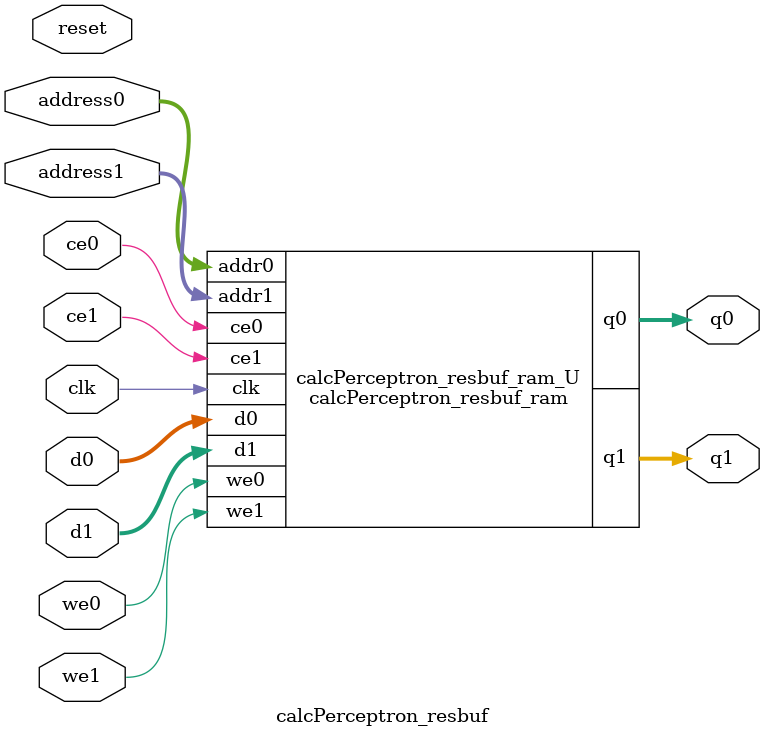
<source format=v>
`timescale 1 ns / 1 ps
module calcPerceptron_resbuf_ram (addr0, ce0, d0, we0, q0, addr1, ce1, d1, we1, q1,  clk);

parameter DWIDTH = 16;
parameter AWIDTH = 5;
parameter MEM_SIZE = 18;

input[AWIDTH-1:0] addr0;
input ce0;
input[DWIDTH-1:0] d0;
input we0;
output reg[DWIDTH-1:0] q0;
input[AWIDTH-1:0] addr1;
input ce1;
input[DWIDTH-1:0] d1;
input we1;
output reg[DWIDTH-1:0] q1;
input clk;

(* ram_style = "block" *)reg [DWIDTH-1:0] ram[0:MEM_SIZE-1];




always @(posedge clk)  
begin 
    if (ce0) begin
        if (we0) 
            ram[addr0] <= d0; 
        q0 <= ram[addr0];
    end
end


always @(posedge clk)  
begin 
    if (ce1) begin
        if (we1) 
            ram[addr1] <= d1; 
        q1 <= ram[addr1];
    end
end


endmodule

`timescale 1 ns / 1 ps
module calcPerceptron_resbuf(
    reset,
    clk,
    address0,
    ce0,
    we0,
    d0,
    q0,
    address1,
    ce1,
    we1,
    d1,
    q1);

parameter DataWidth = 32'd16;
parameter AddressRange = 32'd18;
parameter AddressWidth = 32'd5;
input reset;
input clk;
input[AddressWidth - 1:0] address0;
input ce0;
input we0;
input[DataWidth - 1:0] d0;
output[DataWidth - 1:0] q0;
input[AddressWidth - 1:0] address1;
input ce1;
input we1;
input[DataWidth - 1:0] d1;
output[DataWidth - 1:0] q1;



calcPerceptron_resbuf_ram calcPerceptron_resbuf_ram_U(
    .clk( clk ),
    .addr0( address0 ),
    .ce0( ce0 ),
    .we0( we0 ),
    .d0( d0 ),
    .q0( q0 ),
    .addr1( address1 ),
    .ce1( ce1 ),
    .we1( we1 ),
    .d1( d1 ),
    .q1( q1 ));

endmodule


</source>
